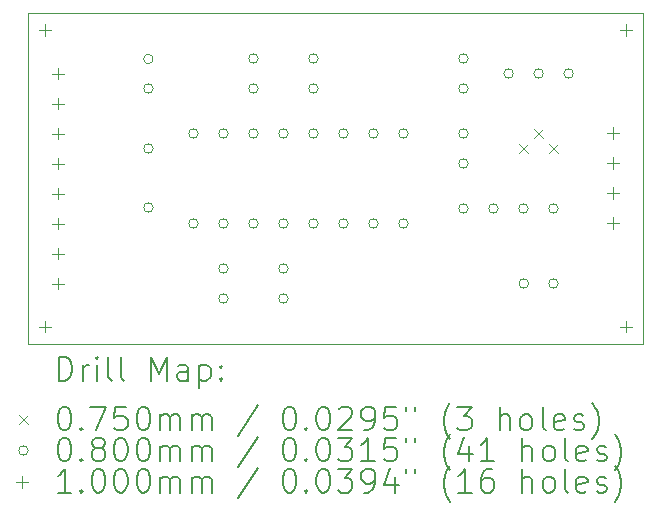
<source format=gbr>
%TF.GenerationSoftware,KiCad,Pcbnew,7.0.6*%
%TF.CreationDate,2023-09-06T23:30:36+02:00*%
%TF.ProjectId,atari_2600_av_mod,61746172-695f-4323-9630-305f61765f6d,1*%
%TF.SameCoordinates,Original*%
%TF.FileFunction,Drillmap*%
%TF.FilePolarity,Positive*%
%FSLAX45Y45*%
G04 Gerber Fmt 4.5, Leading zero omitted, Abs format (unit mm)*
G04 Created by KiCad (PCBNEW 7.0.6) date 2023-09-06 23:30:36*
%MOMM*%
%LPD*%
G01*
G04 APERTURE LIST*
%ADD10C,0.050000*%
%ADD11C,0.200000*%
%ADD12C,0.075000*%
%ADD13C,0.080000*%
%ADD14C,0.100000*%
G04 APERTURE END LIST*
D10*
X1394000Y-1394000D02*
X6594000Y-1394000D01*
X6594000Y-4194000D01*
X1394000Y-4194000D01*
X1394000Y-1394000D01*
D11*
D12*
X5547500Y-2505500D02*
X5622500Y-2580500D01*
X5622500Y-2505500D02*
X5547500Y-2580500D01*
X5674500Y-2378500D02*
X5749500Y-2453500D01*
X5749500Y-2378500D02*
X5674500Y-2453500D01*
X5801500Y-2505500D02*
X5876500Y-2580500D01*
X5876500Y-2505500D02*
X5801500Y-2580500D01*
D13*
X2450000Y-1785000D02*
G75*
G03*
X2450000Y-1785000I-40000J0D01*
G01*
X2450000Y-2035000D02*
G75*
G03*
X2450000Y-2035000I-40000J0D01*
G01*
X2450000Y-2543000D02*
G75*
G03*
X2450000Y-2543000I-40000J0D01*
G01*
X2450000Y-3043000D02*
G75*
G03*
X2450000Y-3043000I-40000J0D01*
G01*
X2831000Y-2416000D02*
G75*
G03*
X2831000Y-2416000I-40000J0D01*
G01*
X2831000Y-3178000D02*
G75*
G03*
X2831000Y-3178000I-40000J0D01*
G01*
X3085000Y-2416000D02*
G75*
G03*
X3085000Y-2416000I-40000J0D01*
G01*
X3085000Y-3178000D02*
G75*
G03*
X3085000Y-3178000I-40000J0D01*
G01*
X3085000Y-3559000D02*
G75*
G03*
X3085000Y-3559000I-40000J0D01*
G01*
X3085000Y-3813000D02*
G75*
G03*
X3085000Y-3813000I-40000J0D01*
G01*
X3339000Y-1781000D02*
G75*
G03*
X3339000Y-1781000I-40000J0D01*
G01*
X3339000Y-2035000D02*
G75*
G03*
X3339000Y-2035000I-40000J0D01*
G01*
X3339000Y-2416000D02*
G75*
G03*
X3339000Y-2416000I-40000J0D01*
G01*
X3339000Y-3178000D02*
G75*
G03*
X3339000Y-3178000I-40000J0D01*
G01*
X3593000Y-2416000D02*
G75*
G03*
X3593000Y-2416000I-40000J0D01*
G01*
X3593000Y-3178000D02*
G75*
G03*
X3593000Y-3178000I-40000J0D01*
G01*
X3593000Y-3559000D02*
G75*
G03*
X3593000Y-3559000I-40000J0D01*
G01*
X3593000Y-3813000D02*
G75*
G03*
X3593000Y-3813000I-40000J0D01*
G01*
X3847000Y-1781000D02*
G75*
G03*
X3847000Y-1781000I-40000J0D01*
G01*
X3847000Y-2035000D02*
G75*
G03*
X3847000Y-2035000I-40000J0D01*
G01*
X3847000Y-2416000D02*
G75*
G03*
X3847000Y-2416000I-40000J0D01*
G01*
X3847000Y-3178000D02*
G75*
G03*
X3847000Y-3178000I-40000J0D01*
G01*
X4101000Y-2416000D02*
G75*
G03*
X4101000Y-2416000I-40000J0D01*
G01*
X4101000Y-3178000D02*
G75*
G03*
X4101000Y-3178000I-40000J0D01*
G01*
X4355000Y-2416000D02*
G75*
G03*
X4355000Y-2416000I-40000J0D01*
G01*
X4355000Y-3178000D02*
G75*
G03*
X4355000Y-3178000I-40000J0D01*
G01*
X4609000Y-2416000D02*
G75*
G03*
X4609000Y-2416000I-40000J0D01*
G01*
X4609000Y-3178000D02*
G75*
G03*
X4609000Y-3178000I-40000J0D01*
G01*
X5117000Y-1781000D02*
G75*
G03*
X5117000Y-1781000I-40000J0D01*
G01*
X5117000Y-2035000D02*
G75*
G03*
X5117000Y-2035000I-40000J0D01*
G01*
X5117000Y-2416000D02*
G75*
G03*
X5117000Y-2416000I-40000J0D01*
G01*
X5117000Y-2670000D02*
G75*
G03*
X5117000Y-2670000I-40000J0D01*
G01*
X5117000Y-3051000D02*
G75*
G03*
X5117000Y-3051000I-40000J0D01*
G01*
X5371000Y-3051000D02*
G75*
G03*
X5371000Y-3051000I-40000J0D01*
G01*
X5499500Y-1908000D02*
G75*
G03*
X5499500Y-1908000I-40000J0D01*
G01*
X5625000Y-3051000D02*
G75*
G03*
X5625000Y-3051000I-40000J0D01*
G01*
X5629000Y-3686000D02*
G75*
G03*
X5629000Y-3686000I-40000J0D01*
G01*
X5753500Y-1908000D02*
G75*
G03*
X5753500Y-1908000I-40000J0D01*
G01*
X5879000Y-3051000D02*
G75*
G03*
X5879000Y-3051000I-40000J0D01*
G01*
X5879000Y-3686000D02*
G75*
G03*
X5879000Y-3686000I-40000J0D01*
G01*
X6007500Y-1908000D02*
G75*
G03*
X6007500Y-1908000I-40000J0D01*
G01*
D14*
X1537115Y-1486355D02*
X1537115Y-1586355D01*
X1487115Y-1536355D02*
X1587115Y-1536355D01*
X1537115Y-4000725D02*
X1537115Y-4100725D01*
X1487115Y-4050725D02*
X1587115Y-4050725D01*
X1648000Y-1858000D02*
X1648000Y-1958000D01*
X1598000Y-1908000D02*
X1698000Y-1908000D01*
X1648000Y-2112000D02*
X1648000Y-2212000D01*
X1598000Y-2162000D02*
X1698000Y-2162000D01*
X1648000Y-2366000D02*
X1648000Y-2466000D01*
X1598000Y-2416000D02*
X1698000Y-2416000D01*
X1648000Y-2620000D02*
X1648000Y-2720000D01*
X1598000Y-2670000D02*
X1698000Y-2670000D01*
X1648000Y-2874000D02*
X1648000Y-2974000D01*
X1598000Y-2924000D02*
X1698000Y-2924000D01*
X1648000Y-3128000D02*
X1648000Y-3228000D01*
X1598000Y-3178000D02*
X1698000Y-3178000D01*
X1648000Y-3382000D02*
X1648000Y-3482000D01*
X1598000Y-3432000D02*
X1698000Y-3432000D01*
X1648000Y-3636000D02*
X1648000Y-3736000D01*
X1598000Y-3686000D02*
X1698000Y-3686000D01*
X6347000Y-2363000D02*
X6347000Y-2463000D01*
X6297000Y-2413000D02*
X6397000Y-2413000D01*
X6347000Y-2617000D02*
X6347000Y-2717000D01*
X6297000Y-2667000D02*
X6397000Y-2667000D01*
X6347000Y-2871000D02*
X6347000Y-2971000D01*
X6297000Y-2921000D02*
X6397000Y-2921000D01*
X6347000Y-3125000D02*
X6347000Y-3225000D01*
X6297000Y-3175000D02*
X6397000Y-3175000D01*
X6450644Y-1486355D02*
X6450644Y-1586355D01*
X6400644Y-1536355D02*
X6500644Y-1536355D01*
X6450644Y-4000725D02*
X6450644Y-4100725D01*
X6400644Y-4050725D02*
X6500644Y-4050725D01*
D11*
X1652277Y-4507984D02*
X1652277Y-4307984D01*
X1652277Y-4307984D02*
X1699896Y-4307984D01*
X1699896Y-4307984D02*
X1728467Y-4317508D01*
X1728467Y-4317508D02*
X1747515Y-4336555D01*
X1747515Y-4336555D02*
X1757039Y-4355603D01*
X1757039Y-4355603D02*
X1766562Y-4393698D01*
X1766562Y-4393698D02*
X1766562Y-4422270D01*
X1766562Y-4422270D02*
X1757039Y-4460365D01*
X1757039Y-4460365D02*
X1747515Y-4479412D01*
X1747515Y-4479412D02*
X1728467Y-4498460D01*
X1728467Y-4498460D02*
X1699896Y-4507984D01*
X1699896Y-4507984D02*
X1652277Y-4507984D01*
X1852277Y-4507984D02*
X1852277Y-4374650D01*
X1852277Y-4412746D02*
X1861801Y-4393698D01*
X1861801Y-4393698D02*
X1871324Y-4384174D01*
X1871324Y-4384174D02*
X1890372Y-4374650D01*
X1890372Y-4374650D02*
X1909420Y-4374650D01*
X1976086Y-4507984D02*
X1976086Y-4374650D01*
X1976086Y-4307984D02*
X1966562Y-4317508D01*
X1966562Y-4317508D02*
X1976086Y-4327031D01*
X1976086Y-4327031D02*
X1985610Y-4317508D01*
X1985610Y-4317508D02*
X1976086Y-4307984D01*
X1976086Y-4307984D02*
X1976086Y-4327031D01*
X2099896Y-4507984D02*
X2080848Y-4498460D01*
X2080848Y-4498460D02*
X2071324Y-4479412D01*
X2071324Y-4479412D02*
X2071324Y-4307984D01*
X2204658Y-4507984D02*
X2185610Y-4498460D01*
X2185610Y-4498460D02*
X2176086Y-4479412D01*
X2176086Y-4479412D02*
X2176086Y-4307984D01*
X2433229Y-4507984D02*
X2433229Y-4307984D01*
X2433229Y-4307984D02*
X2499896Y-4450841D01*
X2499896Y-4450841D02*
X2566563Y-4307984D01*
X2566563Y-4307984D02*
X2566563Y-4507984D01*
X2747515Y-4507984D02*
X2747515Y-4403222D01*
X2747515Y-4403222D02*
X2737991Y-4384174D01*
X2737991Y-4384174D02*
X2718944Y-4374650D01*
X2718944Y-4374650D02*
X2680848Y-4374650D01*
X2680848Y-4374650D02*
X2661801Y-4384174D01*
X2747515Y-4498460D02*
X2728467Y-4507984D01*
X2728467Y-4507984D02*
X2680848Y-4507984D01*
X2680848Y-4507984D02*
X2661801Y-4498460D01*
X2661801Y-4498460D02*
X2652277Y-4479412D01*
X2652277Y-4479412D02*
X2652277Y-4460365D01*
X2652277Y-4460365D02*
X2661801Y-4441317D01*
X2661801Y-4441317D02*
X2680848Y-4431793D01*
X2680848Y-4431793D02*
X2728467Y-4431793D01*
X2728467Y-4431793D02*
X2747515Y-4422270D01*
X2842753Y-4374650D02*
X2842753Y-4574650D01*
X2842753Y-4384174D02*
X2861801Y-4374650D01*
X2861801Y-4374650D02*
X2899896Y-4374650D01*
X2899896Y-4374650D02*
X2918943Y-4384174D01*
X2918943Y-4384174D02*
X2928467Y-4393698D01*
X2928467Y-4393698D02*
X2937991Y-4412746D01*
X2937991Y-4412746D02*
X2937991Y-4469889D01*
X2937991Y-4469889D02*
X2928467Y-4488936D01*
X2928467Y-4488936D02*
X2918943Y-4498460D01*
X2918943Y-4498460D02*
X2899896Y-4507984D01*
X2899896Y-4507984D02*
X2861801Y-4507984D01*
X2861801Y-4507984D02*
X2842753Y-4498460D01*
X3023705Y-4488936D02*
X3033229Y-4498460D01*
X3033229Y-4498460D02*
X3023705Y-4507984D01*
X3023705Y-4507984D02*
X3014182Y-4498460D01*
X3014182Y-4498460D02*
X3023705Y-4488936D01*
X3023705Y-4488936D02*
X3023705Y-4507984D01*
X3023705Y-4384174D02*
X3033229Y-4393698D01*
X3033229Y-4393698D02*
X3023705Y-4403222D01*
X3023705Y-4403222D02*
X3014182Y-4393698D01*
X3014182Y-4393698D02*
X3023705Y-4384174D01*
X3023705Y-4384174D02*
X3023705Y-4403222D01*
D12*
X1316500Y-4799000D02*
X1391500Y-4874000D01*
X1391500Y-4799000D02*
X1316500Y-4874000D01*
D11*
X1690372Y-4727984D02*
X1709420Y-4727984D01*
X1709420Y-4727984D02*
X1728467Y-4737508D01*
X1728467Y-4737508D02*
X1737991Y-4747031D01*
X1737991Y-4747031D02*
X1747515Y-4766079D01*
X1747515Y-4766079D02*
X1757039Y-4804174D01*
X1757039Y-4804174D02*
X1757039Y-4851793D01*
X1757039Y-4851793D02*
X1747515Y-4889889D01*
X1747515Y-4889889D02*
X1737991Y-4908936D01*
X1737991Y-4908936D02*
X1728467Y-4918460D01*
X1728467Y-4918460D02*
X1709420Y-4927984D01*
X1709420Y-4927984D02*
X1690372Y-4927984D01*
X1690372Y-4927984D02*
X1671324Y-4918460D01*
X1671324Y-4918460D02*
X1661801Y-4908936D01*
X1661801Y-4908936D02*
X1652277Y-4889889D01*
X1652277Y-4889889D02*
X1642753Y-4851793D01*
X1642753Y-4851793D02*
X1642753Y-4804174D01*
X1642753Y-4804174D02*
X1652277Y-4766079D01*
X1652277Y-4766079D02*
X1661801Y-4747031D01*
X1661801Y-4747031D02*
X1671324Y-4737508D01*
X1671324Y-4737508D02*
X1690372Y-4727984D01*
X1842753Y-4908936D02*
X1852277Y-4918460D01*
X1852277Y-4918460D02*
X1842753Y-4927984D01*
X1842753Y-4927984D02*
X1833229Y-4918460D01*
X1833229Y-4918460D02*
X1842753Y-4908936D01*
X1842753Y-4908936D02*
X1842753Y-4927984D01*
X1918943Y-4727984D02*
X2052277Y-4727984D01*
X2052277Y-4727984D02*
X1966562Y-4927984D01*
X2223705Y-4727984D02*
X2128467Y-4727984D01*
X2128467Y-4727984D02*
X2118944Y-4823222D01*
X2118944Y-4823222D02*
X2128467Y-4813698D01*
X2128467Y-4813698D02*
X2147515Y-4804174D01*
X2147515Y-4804174D02*
X2195134Y-4804174D01*
X2195134Y-4804174D02*
X2214182Y-4813698D01*
X2214182Y-4813698D02*
X2223705Y-4823222D01*
X2223705Y-4823222D02*
X2233229Y-4842270D01*
X2233229Y-4842270D02*
X2233229Y-4889889D01*
X2233229Y-4889889D02*
X2223705Y-4908936D01*
X2223705Y-4908936D02*
X2214182Y-4918460D01*
X2214182Y-4918460D02*
X2195134Y-4927984D01*
X2195134Y-4927984D02*
X2147515Y-4927984D01*
X2147515Y-4927984D02*
X2128467Y-4918460D01*
X2128467Y-4918460D02*
X2118944Y-4908936D01*
X2357039Y-4727984D02*
X2376086Y-4727984D01*
X2376086Y-4727984D02*
X2395134Y-4737508D01*
X2395134Y-4737508D02*
X2404658Y-4747031D01*
X2404658Y-4747031D02*
X2414182Y-4766079D01*
X2414182Y-4766079D02*
X2423705Y-4804174D01*
X2423705Y-4804174D02*
X2423705Y-4851793D01*
X2423705Y-4851793D02*
X2414182Y-4889889D01*
X2414182Y-4889889D02*
X2404658Y-4908936D01*
X2404658Y-4908936D02*
X2395134Y-4918460D01*
X2395134Y-4918460D02*
X2376086Y-4927984D01*
X2376086Y-4927984D02*
X2357039Y-4927984D01*
X2357039Y-4927984D02*
X2337991Y-4918460D01*
X2337991Y-4918460D02*
X2328467Y-4908936D01*
X2328467Y-4908936D02*
X2318944Y-4889889D01*
X2318944Y-4889889D02*
X2309420Y-4851793D01*
X2309420Y-4851793D02*
X2309420Y-4804174D01*
X2309420Y-4804174D02*
X2318944Y-4766079D01*
X2318944Y-4766079D02*
X2328467Y-4747031D01*
X2328467Y-4747031D02*
X2337991Y-4737508D01*
X2337991Y-4737508D02*
X2357039Y-4727984D01*
X2509420Y-4927984D02*
X2509420Y-4794650D01*
X2509420Y-4813698D02*
X2518944Y-4804174D01*
X2518944Y-4804174D02*
X2537991Y-4794650D01*
X2537991Y-4794650D02*
X2566563Y-4794650D01*
X2566563Y-4794650D02*
X2585610Y-4804174D01*
X2585610Y-4804174D02*
X2595134Y-4823222D01*
X2595134Y-4823222D02*
X2595134Y-4927984D01*
X2595134Y-4823222D02*
X2604658Y-4804174D01*
X2604658Y-4804174D02*
X2623705Y-4794650D01*
X2623705Y-4794650D02*
X2652277Y-4794650D01*
X2652277Y-4794650D02*
X2671325Y-4804174D01*
X2671325Y-4804174D02*
X2680848Y-4823222D01*
X2680848Y-4823222D02*
X2680848Y-4927984D01*
X2776086Y-4927984D02*
X2776086Y-4794650D01*
X2776086Y-4813698D02*
X2785610Y-4804174D01*
X2785610Y-4804174D02*
X2804658Y-4794650D01*
X2804658Y-4794650D02*
X2833229Y-4794650D01*
X2833229Y-4794650D02*
X2852277Y-4804174D01*
X2852277Y-4804174D02*
X2861801Y-4823222D01*
X2861801Y-4823222D02*
X2861801Y-4927984D01*
X2861801Y-4823222D02*
X2871324Y-4804174D01*
X2871324Y-4804174D02*
X2890372Y-4794650D01*
X2890372Y-4794650D02*
X2918943Y-4794650D01*
X2918943Y-4794650D02*
X2937991Y-4804174D01*
X2937991Y-4804174D02*
X2947515Y-4823222D01*
X2947515Y-4823222D02*
X2947515Y-4927984D01*
X3337991Y-4718460D02*
X3166563Y-4975603D01*
X3595134Y-4727984D02*
X3614182Y-4727984D01*
X3614182Y-4727984D02*
X3633229Y-4737508D01*
X3633229Y-4737508D02*
X3642753Y-4747031D01*
X3642753Y-4747031D02*
X3652277Y-4766079D01*
X3652277Y-4766079D02*
X3661801Y-4804174D01*
X3661801Y-4804174D02*
X3661801Y-4851793D01*
X3661801Y-4851793D02*
X3652277Y-4889889D01*
X3652277Y-4889889D02*
X3642753Y-4908936D01*
X3642753Y-4908936D02*
X3633229Y-4918460D01*
X3633229Y-4918460D02*
X3614182Y-4927984D01*
X3614182Y-4927984D02*
X3595134Y-4927984D01*
X3595134Y-4927984D02*
X3576086Y-4918460D01*
X3576086Y-4918460D02*
X3566563Y-4908936D01*
X3566563Y-4908936D02*
X3557039Y-4889889D01*
X3557039Y-4889889D02*
X3547515Y-4851793D01*
X3547515Y-4851793D02*
X3547515Y-4804174D01*
X3547515Y-4804174D02*
X3557039Y-4766079D01*
X3557039Y-4766079D02*
X3566563Y-4747031D01*
X3566563Y-4747031D02*
X3576086Y-4737508D01*
X3576086Y-4737508D02*
X3595134Y-4727984D01*
X3747515Y-4908936D02*
X3757039Y-4918460D01*
X3757039Y-4918460D02*
X3747515Y-4927984D01*
X3747515Y-4927984D02*
X3737991Y-4918460D01*
X3737991Y-4918460D02*
X3747515Y-4908936D01*
X3747515Y-4908936D02*
X3747515Y-4927984D01*
X3880848Y-4727984D02*
X3899896Y-4727984D01*
X3899896Y-4727984D02*
X3918944Y-4737508D01*
X3918944Y-4737508D02*
X3928467Y-4747031D01*
X3928467Y-4747031D02*
X3937991Y-4766079D01*
X3937991Y-4766079D02*
X3947515Y-4804174D01*
X3947515Y-4804174D02*
X3947515Y-4851793D01*
X3947515Y-4851793D02*
X3937991Y-4889889D01*
X3937991Y-4889889D02*
X3928467Y-4908936D01*
X3928467Y-4908936D02*
X3918944Y-4918460D01*
X3918944Y-4918460D02*
X3899896Y-4927984D01*
X3899896Y-4927984D02*
X3880848Y-4927984D01*
X3880848Y-4927984D02*
X3861801Y-4918460D01*
X3861801Y-4918460D02*
X3852277Y-4908936D01*
X3852277Y-4908936D02*
X3842753Y-4889889D01*
X3842753Y-4889889D02*
X3833229Y-4851793D01*
X3833229Y-4851793D02*
X3833229Y-4804174D01*
X3833229Y-4804174D02*
X3842753Y-4766079D01*
X3842753Y-4766079D02*
X3852277Y-4747031D01*
X3852277Y-4747031D02*
X3861801Y-4737508D01*
X3861801Y-4737508D02*
X3880848Y-4727984D01*
X4023706Y-4747031D02*
X4033229Y-4737508D01*
X4033229Y-4737508D02*
X4052277Y-4727984D01*
X4052277Y-4727984D02*
X4099896Y-4727984D01*
X4099896Y-4727984D02*
X4118944Y-4737508D01*
X4118944Y-4737508D02*
X4128467Y-4747031D01*
X4128467Y-4747031D02*
X4137991Y-4766079D01*
X4137991Y-4766079D02*
X4137991Y-4785127D01*
X4137991Y-4785127D02*
X4128467Y-4813698D01*
X4128467Y-4813698D02*
X4014182Y-4927984D01*
X4014182Y-4927984D02*
X4137991Y-4927984D01*
X4233229Y-4927984D02*
X4271325Y-4927984D01*
X4271325Y-4927984D02*
X4290372Y-4918460D01*
X4290372Y-4918460D02*
X4299896Y-4908936D01*
X4299896Y-4908936D02*
X4318944Y-4880365D01*
X4318944Y-4880365D02*
X4328468Y-4842270D01*
X4328468Y-4842270D02*
X4328468Y-4766079D01*
X4328468Y-4766079D02*
X4318944Y-4747031D01*
X4318944Y-4747031D02*
X4309420Y-4737508D01*
X4309420Y-4737508D02*
X4290372Y-4727984D01*
X4290372Y-4727984D02*
X4252277Y-4727984D01*
X4252277Y-4727984D02*
X4233229Y-4737508D01*
X4233229Y-4737508D02*
X4223706Y-4747031D01*
X4223706Y-4747031D02*
X4214182Y-4766079D01*
X4214182Y-4766079D02*
X4214182Y-4813698D01*
X4214182Y-4813698D02*
X4223706Y-4832746D01*
X4223706Y-4832746D02*
X4233229Y-4842270D01*
X4233229Y-4842270D02*
X4252277Y-4851793D01*
X4252277Y-4851793D02*
X4290372Y-4851793D01*
X4290372Y-4851793D02*
X4309420Y-4842270D01*
X4309420Y-4842270D02*
X4318944Y-4832746D01*
X4318944Y-4832746D02*
X4328468Y-4813698D01*
X4509420Y-4727984D02*
X4414182Y-4727984D01*
X4414182Y-4727984D02*
X4404658Y-4823222D01*
X4404658Y-4823222D02*
X4414182Y-4813698D01*
X4414182Y-4813698D02*
X4433229Y-4804174D01*
X4433229Y-4804174D02*
X4480849Y-4804174D01*
X4480849Y-4804174D02*
X4499896Y-4813698D01*
X4499896Y-4813698D02*
X4509420Y-4823222D01*
X4509420Y-4823222D02*
X4518944Y-4842270D01*
X4518944Y-4842270D02*
X4518944Y-4889889D01*
X4518944Y-4889889D02*
X4509420Y-4908936D01*
X4509420Y-4908936D02*
X4499896Y-4918460D01*
X4499896Y-4918460D02*
X4480849Y-4927984D01*
X4480849Y-4927984D02*
X4433229Y-4927984D01*
X4433229Y-4927984D02*
X4414182Y-4918460D01*
X4414182Y-4918460D02*
X4404658Y-4908936D01*
X4595134Y-4727984D02*
X4595134Y-4766079D01*
X4671325Y-4727984D02*
X4671325Y-4766079D01*
X4966563Y-5004174D02*
X4957039Y-4994650D01*
X4957039Y-4994650D02*
X4937991Y-4966079D01*
X4937991Y-4966079D02*
X4928468Y-4947031D01*
X4928468Y-4947031D02*
X4918944Y-4918460D01*
X4918944Y-4918460D02*
X4909420Y-4870841D01*
X4909420Y-4870841D02*
X4909420Y-4832746D01*
X4909420Y-4832746D02*
X4918944Y-4785127D01*
X4918944Y-4785127D02*
X4928468Y-4756555D01*
X4928468Y-4756555D02*
X4937991Y-4737508D01*
X4937991Y-4737508D02*
X4957039Y-4708936D01*
X4957039Y-4708936D02*
X4966563Y-4699412D01*
X5023706Y-4727984D02*
X5147515Y-4727984D01*
X5147515Y-4727984D02*
X5080849Y-4804174D01*
X5080849Y-4804174D02*
X5109420Y-4804174D01*
X5109420Y-4804174D02*
X5128468Y-4813698D01*
X5128468Y-4813698D02*
X5137991Y-4823222D01*
X5137991Y-4823222D02*
X5147515Y-4842270D01*
X5147515Y-4842270D02*
X5147515Y-4889889D01*
X5147515Y-4889889D02*
X5137991Y-4908936D01*
X5137991Y-4908936D02*
X5128468Y-4918460D01*
X5128468Y-4918460D02*
X5109420Y-4927984D01*
X5109420Y-4927984D02*
X5052277Y-4927984D01*
X5052277Y-4927984D02*
X5033230Y-4918460D01*
X5033230Y-4918460D02*
X5023706Y-4908936D01*
X5385611Y-4927984D02*
X5385611Y-4727984D01*
X5471325Y-4927984D02*
X5471325Y-4823222D01*
X5471325Y-4823222D02*
X5461801Y-4804174D01*
X5461801Y-4804174D02*
X5442753Y-4794650D01*
X5442753Y-4794650D02*
X5414182Y-4794650D01*
X5414182Y-4794650D02*
X5395134Y-4804174D01*
X5395134Y-4804174D02*
X5385611Y-4813698D01*
X5595134Y-4927984D02*
X5576087Y-4918460D01*
X5576087Y-4918460D02*
X5566563Y-4908936D01*
X5566563Y-4908936D02*
X5557039Y-4889889D01*
X5557039Y-4889889D02*
X5557039Y-4832746D01*
X5557039Y-4832746D02*
X5566563Y-4813698D01*
X5566563Y-4813698D02*
X5576087Y-4804174D01*
X5576087Y-4804174D02*
X5595134Y-4794650D01*
X5595134Y-4794650D02*
X5623706Y-4794650D01*
X5623706Y-4794650D02*
X5642753Y-4804174D01*
X5642753Y-4804174D02*
X5652277Y-4813698D01*
X5652277Y-4813698D02*
X5661801Y-4832746D01*
X5661801Y-4832746D02*
X5661801Y-4889889D01*
X5661801Y-4889889D02*
X5652277Y-4908936D01*
X5652277Y-4908936D02*
X5642753Y-4918460D01*
X5642753Y-4918460D02*
X5623706Y-4927984D01*
X5623706Y-4927984D02*
X5595134Y-4927984D01*
X5776087Y-4927984D02*
X5757039Y-4918460D01*
X5757039Y-4918460D02*
X5747515Y-4899412D01*
X5747515Y-4899412D02*
X5747515Y-4727984D01*
X5928468Y-4918460D02*
X5909420Y-4927984D01*
X5909420Y-4927984D02*
X5871325Y-4927984D01*
X5871325Y-4927984D02*
X5852277Y-4918460D01*
X5852277Y-4918460D02*
X5842753Y-4899412D01*
X5842753Y-4899412D02*
X5842753Y-4823222D01*
X5842753Y-4823222D02*
X5852277Y-4804174D01*
X5852277Y-4804174D02*
X5871325Y-4794650D01*
X5871325Y-4794650D02*
X5909420Y-4794650D01*
X5909420Y-4794650D02*
X5928468Y-4804174D01*
X5928468Y-4804174D02*
X5937991Y-4823222D01*
X5937991Y-4823222D02*
X5937991Y-4842270D01*
X5937991Y-4842270D02*
X5842753Y-4861317D01*
X6014182Y-4918460D02*
X6033230Y-4927984D01*
X6033230Y-4927984D02*
X6071325Y-4927984D01*
X6071325Y-4927984D02*
X6090372Y-4918460D01*
X6090372Y-4918460D02*
X6099896Y-4899412D01*
X6099896Y-4899412D02*
X6099896Y-4889889D01*
X6099896Y-4889889D02*
X6090372Y-4870841D01*
X6090372Y-4870841D02*
X6071325Y-4861317D01*
X6071325Y-4861317D02*
X6042753Y-4861317D01*
X6042753Y-4861317D02*
X6023706Y-4851793D01*
X6023706Y-4851793D02*
X6014182Y-4832746D01*
X6014182Y-4832746D02*
X6014182Y-4823222D01*
X6014182Y-4823222D02*
X6023706Y-4804174D01*
X6023706Y-4804174D02*
X6042753Y-4794650D01*
X6042753Y-4794650D02*
X6071325Y-4794650D01*
X6071325Y-4794650D02*
X6090372Y-4804174D01*
X6166563Y-5004174D02*
X6176087Y-4994650D01*
X6176087Y-4994650D02*
X6195134Y-4966079D01*
X6195134Y-4966079D02*
X6204658Y-4947031D01*
X6204658Y-4947031D02*
X6214182Y-4918460D01*
X6214182Y-4918460D02*
X6223706Y-4870841D01*
X6223706Y-4870841D02*
X6223706Y-4832746D01*
X6223706Y-4832746D02*
X6214182Y-4785127D01*
X6214182Y-4785127D02*
X6204658Y-4756555D01*
X6204658Y-4756555D02*
X6195134Y-4737508D01*
X6195134Y-4737508D02*
X6176087Y-4708936D01*
X6176087Y-4708936D02*
X6166563Y-4699412D01*
D13*
X1391500Y-5100500D02*
G75*
G03*
X1391500Y-5100500I-40000J0D01*
G01*
D11*
X1690372Y-4991984D02*
X1709420Y-4991984D01*
X1709420Y-4991984D02*
X1728467Y-5001508D01*
X1728467Y-5001508D02*
X1737991Y-5011031D01*
X1737991Y-5011031D02*
X1747515Y-5030079D01*
X1747515Y-5030079D02*
X1757039Y-5068174D01*
X1757039Y-5068174D02*
X1757039Y-5115793D01*
X1757039Y-5115793D02*
X1747515Y-5153889D01*
X1747515Y-5153889D02*
X1737991Y-5172936D01*
X1737991Y-5172936D02*
X1728467Y-5182460D01*
X1728467Y-5182460D02*
X1709420Y-5191984D01*
X1709420Y-5191984D02*
X1690372Y-5191984D01*
X1690372Y-5191984D02*
X1671324Y-5182460D01*
X1671324Y-5182460D02*
X1661801Y-5172936D01*
X1661801Y-5172936D02*
X1652277Y-5153889D01*
X1652277Y-5153889D02*
X1642753Y-5115793D01*
X1642753Y-5115793D02*
X1642753Y-5068174D01*
X1642753Y-5068174D02*
X1652277Y-5030079D01*
X1652277Y-5030079D02*
X1661801Y-5011031D01*
X1661801Y-5011031D02*
X1671324Y-5001508D01*
X1671324Y-5001508D02*
X1690372Y-4991984D01*
X1842753Y-5172936D02*
X1852277Y-5182460D01*
X1852277Y-5182460D02*
X1842753Y-5191984D01*
X1842753Y-5191984D02*
X1833229Y-5182460D01*
X1833229Y-5182460D02*
X1842753Y-5172936D01*
X1842753Y-5172936D02*
X1842753Y-5191984D01*
X1966562Y-5077698D02*
X1947515Y-5068174D01*
X1947515Y-5068174D02*
X1937991Y-5058650D01*
X1937991Y-5058650D02*
X1928467Y-5039603D01*
X1928467Y-5039603D02*
X1928467Y-5030079D01*
X1928467Y-5030079D02*
X1937991Y-5011031D01*
X1937991Y-5011031D02*
X1947515Y-5001508D01*
X1947515Y-5001508D02*
X1966562Y-4991984D01*
X1966562Y-4991984D02*
X2004658Y-4991984D01*
X2004658Y-4991984D02*
X2023705Y-5001508D01*
X2023705Y-5001508D02*
X2033229Y-5011031D01*
X2033229Y-5011031D02*
X2042753Y-5030079D01*
X2042753Y-5030079D02*
X2042753Y-5039603D01*
X2042753Y-5039603D02*
X2033229Y-5058650D01*
X2033229Y-5058650D02*
X2023705Y-5068174D01*
X2023705Y-5068174D02*
X2004658Y-5077698D01*
X2004658Y-5077698D02*
X1966562Y-5077698D01*
X1966562Y-5077698D02*
X1947515Y-5087222D01*
X1947515Y-5087222D02*
X1937991Y-5096746D01*
X1937991Y-5096746D02*
X1928467Y-5115793D01*
X1928467Y-5115793D02*
X1928467Y-5153889D01*
X1928467Y-5153889D02*
X1937991Y-5172936D01*
X1937991Y-5172936D02*
X1947515Y-5182460D01*
X1947515Y-5182460D02*
X1966562Y-5191984D01*
X1966562Y-5191984D02*
X2004658Y-5191984D01*
X2004658Y-5191984D02*
X2023705Y-5182460D01*
X2023705Y-5182460D02*
X2033229Y-5172936D01*
X2033229Y-5172936D02*
X2042753Y-5153889D01*
X2042753Y-5153889D02*
X2042753Y-5115793D01*
X2042753Y-5115793D02*
X2033229Y-5096746D01*
X2033229Y-5096746D02*
X2023705Y-5087222D01*
X2023705Y-5087222D02*
X2004658Y-5077698D01*
X2166563Y-4991984D02*
X2185610Y-4991984D01*
X2185610Y-4991984D02*
X2204658Y-5001508D01*
X2204658Y-5001508D02*
X2214182Y-5011031D01*
X2214182Y-5011031D02*
X2223705Y-5030079D01*
X2223705Y-5030079D02*
X2233229Y-5068174D01*
X2233229Y-5068174D02*
X2233229Y-5115793D01*
X2233229Y-5115793D02*
X2223705Y-5153889D01*
X2223705Y-5153889D02*
X2214182Y-5172936D01*
X2214182Y-5172936D02*
X2204658Y-5182460D01*
X2204658Y-5182460D02*
X2185610Y-5191984D01*
X2185610Y-5191984D02*
X2166563Y-5191984D01*
X2166563Y-5191984D02*
X2147515Y-5182460D01*
X2147515Y-5182460D02*
X2137991Y-5172936D01*
X2137991Y-5172936D02*
X2128467Y-5153889D01*
X2128467Y-5153889D02*
X2118944Y-5115793D01*
X2118944Y-5115793D02*
X2118944Y-5068174D01*
X2118944Y-5068174D02*
X2128467Y-5030079D01*
X2128467Y-5030079D02*
X2137991Y-5011031D01*
X2137991Y-5011031D02*
X2147515Y-5001508D01*
X2147515Y-5001508D02*
X2166563Y-4991984D01*
X2357039Y-4991984D02*
X2376086Y-4991984D01*
X2376086Y-4991984D02*
X2395134Y-5001508D01*
X2395134Y-5001508D02*
X2404658Y-5011031D01*
X2404658Y-5011031D02*
X2414182Y-5030079D01*
X2414182Y-5030079D02*
X2423705Y-5068174D01*
X2423705Y-5068174D02*
X2423705Y-5115793D01*
X2423705Y-5115793D02*
X2414182Y-5153889D01*
X2414182Y-5153889D02*
X2404658Y-5172936D01*
X2404658Y-5172936D02*
X2395134Y-5182460D01*
X2395134Y-5182460D02*
X2376086Y-5191984D01*
X2376086Y-5191984D02*
X2357039Y-5191984D01*
X2357039Y-5191984D02*
X2337991Y-5182460D01*
X2337991Y-5182460D02*
X2328467Y-5172936D01*
X2328467Y-5172936D02*
X2318944Y-5153889D01*
X2318944Y-5153889D02*
X2309420Y-5115793D01*
X2309420Y-5115793D02*
X2309420Y-5068174D01*
X2309420Y-5068174D02*
X2318944Y-5030079D01*
X2318944Y-5030079D02*
X2328467Y-5011031D01*
X2328467Y-5011031D02*
X2337991Y-5001508D01*
X2337991Y-5001508D02*
X2357039Y-4991984D01*
X2509420Y-5191984D02*
X2509420Y-5058650D01*
X2509420Y-5077698D02*
X2518944Y-5068174D01*
X2518944Y-5068174D02*
X2537991Y-5058650D01*
X2537991Y-5058650D02*
X2566563Y-5058650D01*
X2566563Y-5058650D02*
X2585610Y-5068174D01*
X2585610Y-5068174D02*
X2595134Y-5087222D01*
X2595134Y-5087222D02*
X2595134Y-5191984D01*
X2595134Y-5087222D02*
X2604658Y-5068174D01*
X2604658Y-5068174D02*
X2623705Y-5058650D01*
X2623705Y-5058650D02*
X2652277Y-5058650D01*
X2652277Y-5058650D02*
X2671325Y-5068174D01*
X2671325Y-5068174D02*
X2680848Y-5087222D01*
X2680848Y-5087222D02*
X2680848Y-5191984D01*
X2776086Y-5191984D02*
X2776086Y-5058650D01*
X2776086Y-5077698D02*
X2785610Y-5068174D01*
X2785610Y-5068174D02*
X2804658Y-5058650D01*
X2804658Y-5058650D02*
X2833229Y-5058650D01*
X2833229Y-5058650D02*
X2852277Y-5068174D01*
X2852277Y-5068174D02*
X2861801Y-5087222D01*
X2861801Y-5087222D02*
X2861801Y-5191984D01*
X2861801Y-5087222D02*
X2871324Y-5068174D01*
X2871324Y-5068174D02*
X2890372Y-5058650D01*
X2890372Y-5058650D02*
X2918943Y-5058650D01*
X2918943Y-5058650D02*
X2937991Y-5068174D01*
X2937991Y-5068174D02*
X2947515Y-5087222D01*
X2947515Y-5087222D02*
X2947515Y-5191984D01*
X3337991Y-4982460D02*
X3166563Y-5239603D01*
X3595134Y-4991984D02*
X3614182Y-4991984D01*
X3614182Y-4991984D02*
X3633229Y-5001508D01*
X3633229Y-5001508D02*
X3642753Y-5011031D01*
X3642753Y-5011031D02*
X3652277Y-5030079D01*
X3652277Y-5030079D02*
X3661801Y-5068174D01*
X3661801Y-5068174D02*
X3661801Y-5115793D01*
X3661801Y-5115793D02*
X3652277Y-5153889D01*
X3652277Y-5153889D02*
X3642753Y-5172936D01*
X3642753Y-5172936D02*
X3633229Y-5182460D01*
X3633229Y-5182460D02*
X3614182Y-5191984D01*
X3614182Y-5191984D02*
X3595134Y-5191984D01*
X3595134Y-5191984D02*
X3576086Y-5182460D01*
X3576086Y-5182460D02*
X3566563Y-5172936D01*
X3566563Y-5172936D02*
X3557039Y-5153889D01*
X3557039Y-5153889D02*
X3547515Y-5115793D01*
X3547515Y-5115793D02*
X3547515Y-5068174D01*
X3547515Y-5068174D02*
X3557039Y-5030079D01*
X3557039Y-5030079D02*
X3566563Y-5011031D01*
X3566563Y-5011031D02*
X3576086Y-5001508D01*
X3576086Y-5001508D02*
X3595134Y-4991984D01*
X3747515Y-5172936D02*
X3757039Y-5182460D01*
X3757039Y-5182460D02*
X3747515Y-5191984D01*
X3747515Y-5191984D02*
X3737991Y-5182460D01*
X3737991Y-5182460D02*
X3747515Y-5172936D01*
X3747515Y-5172936D02*
X3747515Y-5191984D01*
X3880848Y-4991984D02*
X3899896Y-4991984D01*
X3899896Y-4991984D02*
X3918944Y-5001508D01*
X3918944Y-5001508D02*
X3928467Y-5011031D01*
X3928467Y-5011031D02*
X3937991Y-5030079D01*
X3937991Y-5030079D02*
X3947515Y-5068174D01*
X3947515Y-5068174D02*
X3947515Y-5115793D01*
X3947515Y-5115793D02*
X3937991Y-5153889D01*
X3937991Y-5153889D02*
X3928467Y-5172936D01*
X3928467Y-5172936D02*
X3918944Y-5182460D01*
X3918944Y-5182460D02*
X3899896Y-5191984D01*
X3899896Y-5191984D02*
X3880848Y-5191984D01*
X3880848Y-5191984D02*
X3861801Y-5182460D01*
X3861801Y-5182460D02*
X3852277Y-5172936D01*
X3852277Y-5172936D02*
X3842753Y-5153889D01*
X3842753Y-5153889D02*
X3833229Y-5115793D01*
X3833229Y-5115793D02*
X3833229Y-5068174D01*
X3833229Y-5068174D02*
X3842753Y-5030079D01*
X3842753Y-5030079D02*
X3852277Y-5011031D01*
X3852277Y-5011031D02*
X3861801Y-5001508D01*
X3861801Y-5001508D02*
X3880848Y-4991984D01*
X4014182Y-4991984D02*
X4137991Y-4991984D01*
X4137991Y-4991984D02*
X4071325Y-5068174D01*
X4071325Y-5068174D02*
X4099896Y-5068174D01*
X4099896Y-5068174D02*
X4118944Y-5077698D01*
X4118944Y-5077698D02*
X4128467Y-5087222D01*
X4128467Y-5087222D02*
X4137991Y-5106270D01*
X4137991Y-5106270D02*
X4137991Y-5153889D01*
X4137991Y-5153889D02*
X4128467Y-5172936D01*
X4128467Y-5172936D02*
X4118944Y-5182460D01*
X4118944Y-5182460D02*
X4099896Y-5191984D01*
X4099896Y-5191984D02*
X4042753Y-5191984D01*
X4042753Y-5191984D02*
X4023706Y-5182460D01*
X4023706Y-5182460D02*
X4014182Y-5172936D01*
X4328468Y-5191984D02*
X4214182Y-5191984D01*
X4271325Y-5191984D02*
X4271325Y-4991984D01*
X4271325Y-4991984D02*
X4252277Y-5020555D01*
X4252277Y-5020555D02*
X4233229Y-5039603D01*
X4233229Y-5039603D02*
X4214182Y-5049127D01*
X4509420Y-4991984D02*
X4414182Y-4991984D01*
X4414182Y-4991984D02*
X4404658Y-5087222D01*
X4404658Y-5087222D02*
X4414182Y-5077698D01*
X4414182Y-5077698D02*
X4433229Y-5068174D01*
X4433229Y-5068174D02*
X4480849Y-5068174D01*
X4480849Y-5068174D02*
X4499896Y-5077698D01*
X4499896Y-5077698D02*
X4509420Y-5087222D01*
X4509420Y-5087222D02*
X4518944Y-5106270D01*
X4518944Y-5106270D02*
X4518944Y-5153889D01*
X4518944Y-5153889D02*
X4509420Y-5172936D01*
X4509420Y-5172936D02*
X4499896Y-5182460D01*
X4499896Y-5182460D02*
X4480849Y-5191984D01*
X4480849Y-5191984D02*
X4433229Y-5191984D01*
X4433229Y-5191984D02*
X4414182Y-5182460D01*
X4414182Y-5182460D02*
X4404658Y-5172936D01*
X4595134Y-4991984D02*
X4595134Y-5030079D01*
X4671325Y-4991984D02*
X4671325Y-5030079D01*
X4966563Y-5268174D02*
X4957039Y-5258650D01*
X4957039Y-5258650D02*
X4937991Y-5230079D01*
X4937991Y-5230079D02*
X4928468Y-5211031D01*
X4928468Y-5211031D02*
X4918944Y-5182460D01*
X4918944Y-5182460D02*
X4909420Y-5134841D01*
X4909420Y-5134841D02*
X4909420Y-5096746D01*
X4909420Y-5096746D02*
X4918944Y-5049127D01*
X4918944Y-5049127D02*
X4928468Y-5020555D01*
X4928468Y-5020555D02*
X4937991Y-5001508D01*
X4937991Y-5001508D02*
X4957039Y-4972936D01*
X4957039Y-4972936D02*
X4966563Y-4963412D01*
X5128468Y-5058650D02*
X5128468Y-5191984D01*
X5080849Y-4982460D02*
X5033230Y-5125317D01*
X5033230Y-5125317D02*
X5157039Y-5125317D01*
X5337991Y-5191984D02*
X5223706Y-5191984D01*
X5280849Y-5191984D02*
X5280849Y-4991984D01*
X5280849Y-4991984D02*
X5261801Y-5020555D01*
X5261801Y-5020555D02*
X5242753Y-5039603D01*
X5242753Y-5039603D02*
X5223706Y-5049127D01*
X5576087Y-5191984D02*
X5576087Y-4991984D01*
X5661801Y-5191984D02*
X5661801Y-5087222D01*
X5661801Y-5087222D02*
X5652277Y-5068174D01*
X5652277Y-5068174D02*
X5633230Y-5058650D01*
X5633230Y-5058650D02*
X5604658Y-5058650D01*
X5604658Y-5058650D02*
X5585611Y-5068174D01*
X5585611Y-5068174D02*
X5576087Y-5077698D01*
X5785610Y-5191984D02*
X5766563Y-5182460D01*
X5766563Y-5182460D02*
X5757039Y-5172936D01*
X5757039Y-5172936D02*
X5747515Y-5153889D01*
X5747515Y-5153889D02*
X5747515Y-5096746D01*
X5747515Y-5096746D02*
X5757039Y-5077698D01*
X5757039Y-5077698D02*
X5766563Y-5068174D01*
X5766563Y-5068174D02*
X5785610Y-5058650D01*
X5785610Y-5058650D02*
X5814182Y-5058650D01*
X5814182Y-5058650D02*
X5833230Y-5068174D01*
X5833230Y-5068174D02*
X5842753Y-5077698D01*
X5842753Y-5077698D02*
X5852277Y-5096746D01*
X5852277Y-5096746D02*
X5852277Y-5153889D01*
X5852277Y-5153889D02*
X5842753Y-5172936D01*
X5842753Y-5172936D02*
X5833230Y-5182460D01*
X5833230Y-5182460D02*
X5814182Y-5191984D01*
X5814182Y-5191984D02*
X5785610Y-5191984D01*
X5966563Y-5191984D02*
X5947515Y-5182460D01*
X5947515Y-5182460D02*
X5937991Y-5163412D01*
X5937991Y-5163412D02*
X5937991Y-4991984D01*
X6118944Y-5182460D02*
X6099896Y-5191984D01*
X6099896Y-5191984D02*
X6061801Y-5191984D01*
X6061801Y-5191984D02*
X6042753Y-5182460D01*
X6042753Y-5182460D02*
X6033230Y-5163412D01*
X6033230Y-5163412D02*
X6033230Y-5087222D01*
X6033230Y-5087222D02*
X6042753Y-5068174D01*
X6042753Y-5068174D02*
X6061801Y-5058650D01*
X6061801Y-5058650D02*
X6099896Y-5058650D01*
X6099896Y-5058650D02*
X6118944Y-5068174D01*
X6118944Y-5068174D02*
X6128468Y-5087222D01*
X6128468Y-5087222D02*
X6128468Y-5106270D01*
X6128468Y-5106270D02*
X6033230Y-5125317D01*
X6204658Y-5182460D02*
X6223706Y-5191984D01*
X6223706Y-5191984D02*
X6261801Y-5191984D01*
X6261801Y-5191984D02*
X6280849Y-5182460D01*
X6280849Y-5182460D02*
X6290372Y-5163412D01*
X6290372Y-5163412D02*
X6290372Y-5153889D01*
X6290372Y-5153889D02*
X6280849Y-5134841D01*
X6280849Y-5134841D02*
X6261801Y-5125317D01*
X6261801Y-5125317D02*
X6233230Y-5125317D01*
X6233230Y-5125317D02*
X6214182Y-5115793D01*
X6214182Y-5115793D02*
X6204658Y-5096746D01*
X6204658Y-5096746D02*
X6204658Y-5087222D01*
X6204658Y-5087222D02*
X6214182Y-5068174D01*
X6214182Y-5068174D02*
X6233230Y-5058650D01*
X6233230Y-5058650D02*
X6261801Y-5058650D01*
X6261801Y-5058650D02*
X6280849Y-5068174D01*
X6357039Y-5268174D02*
X6366563Y-5258650D01*
X6366563Y-5258650D02*
X6385611Y-5230079D01*
X6385611Y-5230079D02*
X6395134Y-5211031D01*
X6395134Y-5211031D02*
X6404658Y-5182460D01*
X6404658Y-5182460D02*
X6414182Y-5134841D01*
X6414182Y-5134841D02*
X6414182Y-5096746D01*
X6414182Y-5096746D02*
X6404658Y-5049127D01*
X6404658Y-5049127D02*
X6395134Y-5020555D01*
X6395134Y-5020555D02*
X6385611Y-5001508D01*
X6385611Y-5001508D02*
X6366563Y-4972936D01*
X6366563Y-4972936D02*
X6357039Y-4963412D01*
D14*
X1341500Y-5314500D02*
X1341500Y-5414500D01*
X1291500Y-5364500D02*
X1391500Y-5364500D01*
D11*
X1757039Y-5455984D02*
X1642753Y-5455984D01*
X1699896Y-5455984D02*
X1699896Y-5255984D01*
X1699896Y-5255984D02*
X1680848Y-5284555D01*
X1680848Y-5284555D02*
X1661801Y-5303603D01*
X1661801Y-5303603D02*
X1642753Y-5313127D01*
X1842753Y-5436936D02*
X1852277Y-5446460D01*
X1852277Y-5446460D02*
X1842753Y-5455984D01*
X1842753Y-5455984D02*
X1833229Y-5446460D01*
X1833229Y-5446460D02*
X1842753Y-5436936D01*
X1842753Y-5436936D02*
X1842753Y-5455984D01*
X1976086Y-5255984D02*
X1995134Y-5255984D01*
X1995134Y-5255984D02*
X2014182Y-5265508D01*
X2014182Y-5265508D02*
X2023705Y-5275031D01*
X2023705Y-5275031D02*
X2033229Y-5294079D01*
X2033229Y-5294079D02*
X2042753Y-5332174D01*
X2042753Y-5332174D02*
X2042753Y-5379793D01*
X2042753Y-5379793D02*
X2033229Y-5417889D01*
X2033229Y-5417889D02*
X2023705Y-5436936D01*
X2023705Y-5436936D02*
X2014182Y-5446460D01*
X2014182Y-5446460D02*
X1995134Y-5455984D01*
X1995134Y-5455984D02*
X1976086Y-5455984D01*
X1976086Y-5455984D02*
X1957039Y-5446460D01*
X1957039Y-5446460D02*
X1947515Y-5436936D01*
X1947515Y-5436936D02*
X1937991Y-5417889D01*
X1937991Y-5417889D02*
X1928467Y-5379793D01*
X1928467Y-5379793D02*
X1928467Y-5332174D01*
X1928467Y-5332174D02*
X1937991Y-5294079D01*
X1937991Y-5294079D02*
X1947515Y-5275031D01*
X1947515Y-5275031D02*
X1957039Y-5265508D01*
X1957039Y-5265508D02*
X1976086Y-5255984D01*
X2166563Y-5255984D02*
X2185610Y-5255984D01*
X2185610Y-5255984D02*
X2204658Y-5265508D01*
X2204658Y-5265508D02*
X2214182Y-5275031D01*
X2214182Y-5275031D02*
X2223705Y-5294079D01*
X2223705Y-5294079D02*
X2233229Y-5332174D01*
X2233229Y-5332174D02*
X2233229Y-5379793D01*
X2233229Y-5379793D02*
X2223705Y-5417889D01*
X2223705Y-5417889D02*
X2214182Y-5436936D01*
X2214182Y-5436936D02*
X2204658Y-5446460D01*
X2204658Y-5446460D02*
X2185610Y-5455984D01*
X2185610Y-5455984D02*
X2166563Y-5455984D01*
X2166563Y-5455984D02*
X2147515Y-5446460D01*
X2147515Y-5446460D02*
X2137991Y-5436936D01*
X2137991Y-5436936D02*
X2128467Y-5417889D01*
X2128467Y-5417889D02*
X2118944Y-5379793D01*
X2118944Y-5379793D02*
X2118944Y-5332174D01*
X2118944Y-5332174D02*
X2128467Y-5294079D01*
X2128467Y-5294079D02*
X2137991Y-5275031D01*
X2137991Y-5275031D02*
X2147515Y-5265508D01*
X2147515Y-5265508D02*
X2166563Y-5255984D01*
X2357039Y-5255984D02*
X2376086Y-5255984D01*
X2376086Y-5255984D02*
X2395134Y-5265508D01*
X2395134Y-5265508D02*
X2404658Y-5275031D01*
X2404658Y-5275031D02*
X2414182Y-5294079D01*
X2414182Y-5294079D02*
X2423705Y-5332174D01*
X2423705Y-5332174D02*
X2423705Y-5379793D01*
X2423705Y-5379793D02*
X2414182Y-5417889D01*
X2414182Y-5417889D02*
X2404658Y-5436936D01*
X2404658Y-5436936D02*
X2395134Y-5446460D01*
X2395134Y-5446460D02*
X2376086Y-5455984D01*
X2376086Y-5455984D02*
X2357039Y-5455984D01*
X2357039Y-5455984D02*
X2337991Y-5446460D01*
X2337991Y-5446460D02*
X2328467Y-5436936D01*
X2328467Y-5436936D02*
X2318944Y-5417889D01*
X2318944Y-5417889D02*
X2309420Y-5379793D01*
X2309420Y-5379793D02*
X2309420Y-5332174D01*
X2309420Y-5332174D02*
X2318944Y-5294079D01*
X2318944Y-5294079D02*
X2328467Y-5275031D01*
X2328467Y-5275031D02*
X2337991Y-5265508D01*
X2337991Y-5265508D02*
X2357039Y-5255984D01*
X2509420Y-5455984D02*
X2509420Y-5322650D01*
X2509420Y-5341698D02*
X2518944Y-5332174D01*
X2518944Y-5332174D02*
X2537991Y-5322650D01*
X2537991Y-5322650D02*
X2566563Y-5322650D01*
X2566563Y-5322650D02*
X2585610Y-5332174D01*
X2585610Y-5332174D02*
X2595134Y-5351222D01*
X2595134Y-5351222D02*
X2595134Y-5455984D01*
X2595134Y-5351222D02*
X2604658Y-5332174D01*
X2604658Y-5332174D02*
X2623705Y-5322650D01*
X2623705Y-5322650D02*
X2652277Y-5322650D01*
X2652277Y-5322650D02*
X2671325Y-5332174D01*
X2671325Y-5332174D02*
X2680848Y-5351222D01*
X2680848Y-5351222D02*
X2680848Y-5455984D01*
X2776086Y-5455984D02*
X2776086Y-5322650D01*
X2776086Y-5341698D02*
X2785610Y-5332174D01*
X2785610Y-5332174D02*
X2804658Y-5322650D01*
X2804658Y-5322650D02*
X2833229Y-5322650D01*
X2833229Y-5322650D02*
X2852277Y-5332174D01*
X2852277Y-5332174D02*
X2861801Y-5351222D01*
X2861801Y-5351222D02*
X2861801Y-5455984D01*
X2861801Y-5351222D02*
X2871324Y-5332174D01*
X2871324Y-5332174D02*
X2890372Y-5322650D01*
X2890372Y-5322650D02*
X2918943Y-5322650D01*
X2918943Y-5322650D02*
X2937991Y-5332174D01*
X2937991Y-5332174D02*
X2947515Y-5351222D01*
X2947515Y-5351222D02*
X2947515Y-5455984D01*
X3337991Y-5246460D02*
X3166563Y-5503603D01*
X3595134Y-5255984D02*
X3614182Y-5255984D01*
X3614182Y-5255984D02*
X3633229Y-5265508D01*
X3633229Y-5265508D02*
X3642753Y-5275031D01*
X3642753Y-5275031D02*
X3652277Y-5294079D01*
X3652277Y-5294079D02*
X3661801Y-5332174D01*
X3661801Y-5332174D02*
X3661801Y-5379793D01*
X3661801Y-5379793D02*
X3652277Y-5417889D01*
X3652277Y-5417889D02*
X3642753Y-5436936D01*
X3642753Y-5436936D02*
X3633229Y-5446460D01*
X3633229Y-5446460D02*
X3614182Y-5455984D01*
X3614182Y-5455984D02*
X3595134Y-5455984D01*
X3595134Y-5455984D02*
X3576086Y-5446460D01*
X3576086Y-5446460D02*
X3566563Y-5436936D01*
X3566563Y-5436936D02*
X3557039Y-5417889D01*
X3557039Y-5417889D02*
X3547515Y-5379793D01*
X3547515Y-5379793D02*
X3547515Y-5332174D01*
X3547515Y-5332174D02*
X3557039Y-5294079D01*
X3557039Y-5294079D02*
X3566563Y-5275031D01*
X3566563Y-5275031D02*
X3576086Y-5265508D01*
X3576086Y-5265508D02*
X3595134Y-5255984D01*
X3747515Y-5436936D02*
X3757039Y-5446460D01*
X3757039Y-5446460D02*
X3747515Y-5455984D01*
X3747515Y-5455984D02*
X3737991Y-5446460D01*
X3737991Y-5446460D02*
X3747515Y-5436936D01*
X3747515Y-5436936D02*
X3747515Y-5455984D01*
X3880848Y-5255984D02*
X3899896Y-5255984D01*
X3899896Y-5255984D02*
X3918944Y-5265508D01*
X3918944Y-5265508D02*
X3928467Y-5275031D01*
X3928467Y-5275031D02*
X3937991Y-5294079D01*
X3937991Y-5294079D02*
X3947515Y-5332174D01*
X3947515Y-5332174D02*
X3947515Y-5379793D01*
X3947515Y-5379793D02*
X3937991Y-5417889D01*
X3937991Y-5417889D02*
X3928467Y-5436936D01*
X3928467Y-5436936D02*
X3918944Y-5446460D01*
X3918944Y-5446460D02*
X3899896Y-5455984D01*
X3899896Y-5455984D02*
X3880848Y-5455984D01*
X3880848Y-5455984D02*
X3861801Y-5446460D01*
X3861801Y-5446460D02*
X3852277Y-5436936D01*
X3852277Y-5436936D02*
X3842753Y-5417889D01*
X3842753Y-5417889D02*
X3833229Y-5379793D01*
X3833229Y-5379793D02*
X3833229Y-5332174D01*
X3833229Y-5332174D02*
X3842753Y-5294079D01*
X3842753Y-5294079D02*
X3852277Y-5275031D01*
X3852277Y-5275031D02*
X3861801Y-5265508D01*
X3861801Y-5265508D02*
X3880848Y-5255984D01*
X4014182Y-5255984D02*
X4137991Y-5255984D01*
X4137991Y-5255984D02*
X4071325Y-5332174D01*
X4071325Y-5332174D02*
X4099896Y-5332174D01*
X4099896Y-5332174D02*
X4118944Y-5341698D01*
X4118944Y-5341698D02*
X4128467Y-5351222D01*
X4128467Y-5351222D02*
X4137991Y-5370270D01*
X4137991Y-5370270D02*
X4137991Y-5417889D01*
X4137991Y-5417889D02*
X4128467Y-5436936D01*
X4128467Y-5436936D02*
X4118944Y-5446460D01*
X4118944Y-5446460D02*
X4099896Y-5455984D01*
X4099896Y-5455984D02*
X4042753Y-5455984D01*
X4042753Y-5455984D02*
X4023706Y-5446460D01*
X4023706Y-5446460D02*
X4014182Y-5436936D01*
X4233229Y-5455984D02*
X4271325Y-5455984D01*
X4271325Y-5455984D02*
X4290372Y-5446460D01*
X4290372Y-5446460D02*
X4299896Y-5436936D01*
X4299896Y-5436936D02*
X4318944Y-5408365D01*
X4318944Y-5408365D02*
X4328468Y-5370270D01*
X4328468Y-5370270D02*
X4328468Y-5294079D01*
X4328468Y-5294079D02*
X4318944Y-5275031D01*
X4318944Y-5275031D02*
X4309420Y-5265508D01*
X4309420Y-5265508D02*
X4290372Y-5255984D01*
X4290372Y-5255984D02*
X4252277Y-5255984D01*
X4252277Y-5255984D02*
X4233229Y-5265508D01*
X4233229Y-5265508D02*
X4223706Y-5275031D01*
X4223706Y-5275031D02*
X4214182Y-5294079D01*
X4214182Y-5294079D02*
X4214182Y-5341698D01*
X4214182Y-5341698D02*
X4223706Y-5360746D01*
X4223706Y-5360746D02*
X4233229Y-5370270D01*
X4233229Y-5370270D02*
X4252277Y-5379793D01*
X4252277Y-5379793D02*
X4290372Y-5379793D01*
X4290372Y-5379793D02*
X4309420Y-5370270D01*
X4309420Y-5370270D02*
X4318944Y-5360746D01*
X4318944Y-5360746D02*
X4328468Y-5341698D01*
X4499896Y-5322650D02*
X4499896Y-5455984D01*
X4452277Y-5246460D02*
X4404658Y-5389317D01*
X4404658Y-5389317D02*
X4528468Y-5389317D01*
X4595134Y-5255984D02*
X4595134Y-5294079D01*
X4671325Y-5255984D02*
X4671325Y-5294079D01*
X4966563Y-5532174D02*
X4957039Y-5522650D01*
X4957039Y-5522650D02*
X4937991Y-5494079D01*
X4937991Y-5494079D02*
X4928468Y-5475031D01*
X4928468Y-5475031D02*
X4918944Y-5446460D01*
X4918944Y-5446460D02*
X4909420Y-5398841D01*
X4909420Y-5398841D02*
X4909420Y-5360746D01*
X4909420Y-5360746D02*
X4918944Y-5313127D01*
X4918944Y-5313127D02*
X4928468Y-5284555D01*
X4928468Y-5284555D02*
X4937991Y-5265508D01*
X4937991Y-5265508D02*
X4957039Y-5236936D01*
X4957039Y-5236936D02*
X4966563Y-5227412D01*
X5147515Y-5455984D02*
X5033230Y-5455984D01*
X5090372Y-5455984D02*
X5090372Y-5255984D01*
X5090372Y-5255984D02*
X5071325Y-5284555D01*
X5071325Y-5284555D02*
X5052277Y-5303603D01*
X5052277Y-5303603D02*
X5033230Y-5313127D01*
X5318944Y-5255984D02*
X5280849Y-5255984D01*
X5280849Y-5255984D02*
X5261801Y-5265508D01*
X5261801Y-5265508D02*
X5252277Y-5275031D01*
X5252277Y-5275031D02*
X5233230Y-5303603D01*
X5233230Y-5303603D02*
X5223706Y-5341698D01*
X5223706Y-5341698D02*
X5223706Y-5417889D01*
X5223706Y-5417889D02*
X5233230Y-5436936D01*
X5233230Y-5436936D02*
X5242753Y-5446460D01*
X5242753Y-5446460D02*
X5261801Y-5455984D01*
X5261801Y-5455984D02*
X5299896Y-5455984D01*
X5299896Y-5455984D02*
X5318944Y-5446460D01*
X5318944Y-5446460D02*
X5328468Y-5436936D01*
X5328468Y-5436936D02*
X5337991Y-5417889D01*
X5337991Y-5417889D02*
X5337991Y-5370270D01*
X5337991Y-5370270D02*
X5328468Y-5351222D01*
X5328468Y-5351222D02*
X5318944Y-5341698D01*
X5318944Y-5341698D02*
X5299896Y-5332174D01*
X5299896Y-5332174D02*
X5261801Y-5332174D01*
X5261801Y-5332174D02*
X5242753Y-5341698D01*
X5242753Y-5341698D02*
X5233230Y-5351222D01*
X5233230Y-5351222D02*
X5223706Y-5370270D01*
X5576087Y-5455984D02*
X5576087Y-5255984D01*
X5661801Y-5455984D02*
X5661801Y-5351222D01*
X5661801Y-5351222D02*
X5652277Y-5332174D01*
X5652277Y-5332174D02*
X5633230Y-5322650D01*
X5633230Y-5322650D02*
X5604658Y-5322650D01*
X5604658Y-5322650D02*
X5585611Y-5332174D01*
X5585611Y-5332174D02*
X5576087Y-5341698D01*
X5785610Y-5455984D02*
X5766563Y-5446460D01*
X5766563Y-5446460D02*
X5757039Y-5436936D01*
X5757039Y-5436936D02*
X5747515Y-5417889D01*
X5747515Y-5417889D02*
X5747515Y-5360746D01*
X5747515Y-5360746D02*
X5757039Y-5341698D01*
X5757039Y-5341698D02*
X5766563Y-5332174D01*
X5766563Y-5332174D02*
X5785610Y-5322650D01*
X5785610Y-5322650D02*
X5814182Y-5322650D01*
X5814182Y-5322650D02*
X5833230Y-5332174D01*
X5833230Y-5332174D02*
X5842753Y-5341698D01*
X5842753Y-5341698D02*
X5852277Y-5360746D01*
X5852277Y-5360746D02*
X5852277Y-5417889D01*
X5852277Y-5417889D02*
X5842753Y-5436936D01*
X5842753Y-5436936D02*
X5833230Y-5446460D01*
X5833230Y-5446460D02*
X5814182Y-5455984D01*
X5814182Y-5455984D02*
X5785610Y-5455984D01*
X5966563Y-5455984D02*
X5947515Y-5446460D01*
X5947515Y-5446460D02*
X5937991Y-5427412D01*
X5937991Y-5427412D02*
X5937991Y-5255984D01*
X6118944Y-5446460D02*
X6099896Y-5455984D01*
X6099896Y-5455984D02*
X6061801Y-5455984D01*
X6061801Y-5455984D02*
X6042753Y-5446460D01*
X6042753Y-5446460D02*
X6033230Y-5427412D01*
X6033230Y-5427412D02*
X6033230Y-5351222D01*
X6033230Y-5351222D02*
X6042753Y-5332174D01*
X6042753Y-5332174D02*
X6061801Y-5322650D01*
X6061801Y-5322650D02*
X6099896Y-5322650D01*
X6099896Y-5322650D02*
X6118944Y-5332174D01*
X6118944Y-5332174D02*
X6128468Y-5351222D01*
X6128468Y-5351222D02*
X6128468Y-5370270D01*
X6128468Y-5370270D02*
X6033230Y-5389317D01*
X6204658Y-5446460D02*
X6223706Y-5455984D01*
X6223706Y-5455984D02*
X6261801Y-5455984D01*
X6261801Y-5455984D02*
X6280849Y-5446460D01*
X6280849Y-5446460D02*
X6290372Y-5427412D01*
X6290372Y-5427412D02*
X6290372Y-5417889D01*
X6290372Y-5417889D02*
X6280849Y-5398841D01*
X6280849Y-5398841D02*
X6261801Y-5389317D01*
X6261801Y-5389317D02*
X6233230Y-5389317D01*
X6233230Y-5389317D02*
X6214182Y-5379793D01*
X6214182Y-5379793D02*
X6204658Y-5360746D01*
X6204658Y-5360746D02*
X6204658Y-5351222D01*
X6204658Y-5351222D02*
X6214182Y-5332174D01*
X6214182Y-5332174D02*
X6233230Y-5322650D01*
X6233230Y-5322650D02*
X6261801Y-5322650D01*
X6261801Y-5322650D02*
X6280849Y-5332174D01*
X6357039Y-5532174D02*
X6366563Y-5522650D01*
X6366563Y-5522650D02*
X6385611Y-5494079D01*
X6385611Y-5494079D02*
X6395134Y-5475031D01*
X6395134Y-5475031D02*
X6404658Y-5446460D01*
X6404658Y-5446460D02*
X6414182Y-5398841D01*
X6414182Y-5398841D02*
X6414182Y-5360746D01*
X6414182Y-5360746D02*
X6404658Y-5313127D01*
X6404658Y-5313127D02*
X6395134Y-5284555D01*
X6395134Y-5284555D02*
X6385611Y-5265508D01*
X6385611Y-5265508D02*
X6366563Y-5236936D01*
X6366563Y-5236936D02*
X6357039Y-5227412D01*
M02*

</source>
